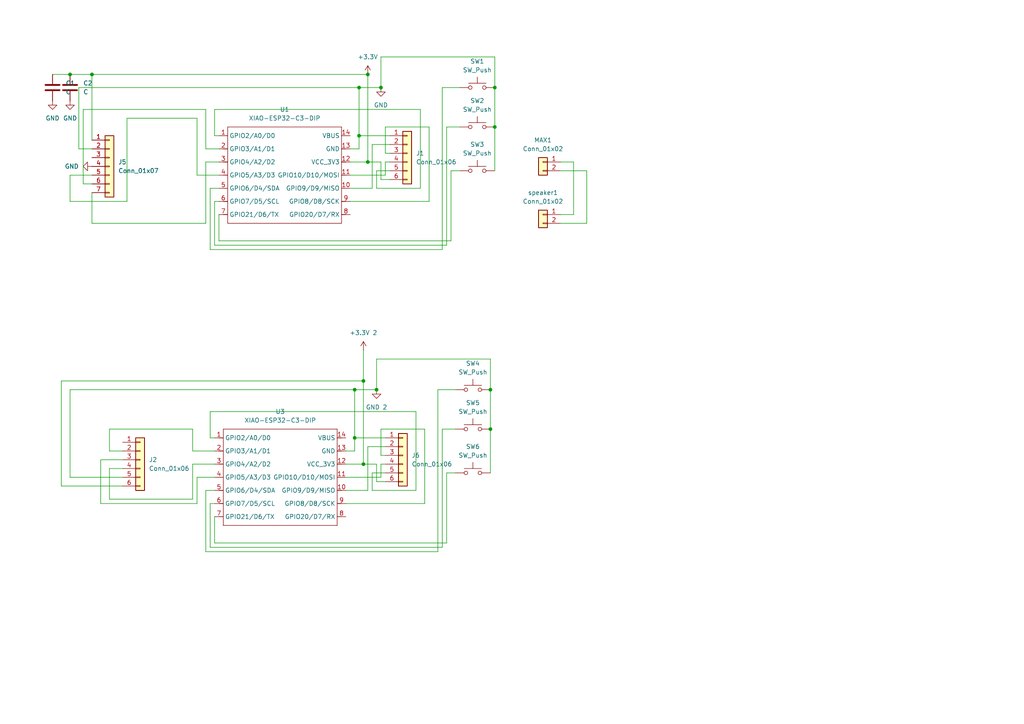
<source format=kicad_sch>
(kicad_sch (version 20250114) (generator "eeschema") (generator_version "9.0")
  (paper "A4")
  (lib_symbols
    (symbol "Connector_Generic:Conn_01x02" (pin_names (offset 1.016) (hide yes))
      (property "Reference" "J" (at 0 2.54 0))
      (property "Value" "Conn_01x02" (at 0 -5.08 0))
      (symbol "Conn_01x02_1_1"
        (rectangle (start -1.27 1.27) (end 1.27 -3.81) (stroke (width 0.254)) (fill (type background)))
        (rectangle (start -1.27 0.127) (end 0 -0.127) (stroke (width 0.1524)))
        (rectangle (start -1.27 -2.413) (end 0 -2.667) (stroke (width 0.1524)))
        (pin passive line (at -5.08 0 0) (length 3.81) (name "Pin_1") (number "1"))
        (pin passive line (at -5.08 -2.54 0) (length 3.81) (name "Pin_2") (number "2"))
      )
    )
    (symbol "Connector_Generic:Conn_01x06" (pin_names (offset 1.016) (hide yes))
      (property "Reference" "J" (at 0 7.62 0))
      (property "Value" "Conn_01x06" (at 0 -10.16 0))
      (symbol "Conn_01x06_1_1"
        (rectangle (start -1.27 6.35) (end 1.27 -8.89) (stroke (width 0.254)) (fill (type background)))
        (rectangle (start -1.27 5.207) (end 0 4.953) (stroke (width 0.1524)))
        (rectangle (start -1.27 2.667) (end 0 2.413) (stroke (width 0.1524)))
        (rectangle (start -1.27 0.127) (end 0 -0.127) (stroke (width 0.1524)))
        (rectangle (start -1.27 -2.413) (end 0 -2.667) (stroke (width 0.1524)))
        (rectangle (start -1.27 -4.953) (end 0 -5.207) (stroke (width 0.1524)))
        (rectangle (start -1.27 -7.493) (end 0 -7.747) (stroke (width 0.1524)))
        (pin passive line (at -5.08 5.08 0) (length 3.81) (name "Pin_1") (number "1"))
        (pin passive line (at -5.08 2.54 0) (length 3.81) (name "Pin_2") (number "2"))
        (pin passive line (at -5.08 0 0) (length 3.81) (name "Pin_3") (number "3"))
        (pin passive line (at -5.08 -2.54 0) (length 3.81) (name "Pin_4") (number "4"))
        (pin passive line (at -5.08 -5.08 0) (length 3.81) (name "Pin_5") (number "5"))
        (pin passive line (at -5.08 -7.62 0) (length 3.81) (name "Pin_6") (number "6"))
      )
    )
    (symbol "Connector_Generic:Conn_01x07" (pin_names (offset 1.016) (hide yes))
      (property "Reference" "J" (at 0 10.16 0))
      (property "Value" "Conn_01x07" (at 0 -10.16 0))
      (symbol "Conn_01x07_1_1"
        (rectangle (start -1.27 8.89) (end 1.27 -8.89) (stroke (width 0.254)) (fill (type background)))
        (rectangle (start -1.27 7.747) (end 0 7.493) (stroke (width 0.1524)))
        (rectangle (start -1.27 5.207) (end 0 4.953) (stroke (width 0.1524)))
        (rectangle (start -1.27 2.667) (end 0 2.413) (stroke (width 0.1524)))
        (rectangle (start -1.27 0.127) (end 0 -0.127) (stroke (width 0.1524)))
        (rectangle (start -1.27 -2.413) (end 0 -2.667) (stroke (width 0.1524)))
        (rectangle (start -1.27 -4.953) (end 0 -5.207) (stroke (width 0.1524)))
        (rectangle (start -1.27 -7.493) (end 0 -7.747) (stroke (width 0.1524)))
        (pin passive line (at -5.08 7.62 0) (length 3.81) (name "Pin_1") (number "1"))
        (pin passive line (at -5.08 5.08 0) (length 3.81) (name "Pin_2") (number "2"))
        (pin passive line (at -5.08 2.54 0) (length 3.81) (name "Pin_3") (number "3"))
        (pin passive line (at -5.08 0 0) (length 3.81) (name "Pin_4") (number "4"))
        (pin passive line (at -5.08 -2.54 0) (length 3.81) (name "Pin_5") (number "5"))
        (pin passive line (at -5.08 -5.08 0) (length 3.81) (name "Pin_6") (number "6"))
        (pin passive line (at -5.08 -7.62 0) (length 3.81) (name "Pin_7") (number "7"))
      )
    )
    (symbol "Device:C" (pin_numbers (hide yes)) (pin_names (offset 0.254))
      (property "Reference" "C" (at 0.635 2.54 0))
      (property "Value" "C" (at 0.635 -2.54 0))
      (symbol "C_0_1"
        (polyline (pts (xy -2.032 0.762) (xy 2.032 0.762)) (stroke (width 0.508)))
        (polyline (pts (xy -2.032 -0.762) (xy 2.032 -0.762)) (stroke (width 0.508)))
      )
      (symbol "C_1_1"
        (pin passive line (at 0 3.81 270) (length 2.794) (name "~") (number "1"))
        (pin passive line (at 0 -3.81 90) (length 2.794) (name "~") (number "2"))
      )
    )
    (symbol "SASER:XIAO-ESP32-C3-DIP"
      (property "Reference" "U" (at 1.016 2.794 0))
      (property "Value" "XIAO-ESP32-C3-DIP" (at 7.62 1.016 0))
      (symbol "XIAO-ESP32-C3-DIP_1_0"
        (polyline (pts (xy 0 0) (xy 33.02 0)) (stroke (width 0.1524)))
        (polyline (pts (xy 0 -2.54) (xy -1.27 -2.54)) (stroke (width 0.1524)))
        (polyline (pts (xy 0 -2.54) (xy 0 0)) (stroke (width 0.1524)))
        (polyline (pts (xy 0 -6.35) (xy -1.27 -6.35)) (stroke (width 0.1524)))
        (polyline (pts (xy 0 -6.35) (xy 0 -2.54)) (stroke (width 0.1524)))
        (polyline (pts (xy 0 -10.16) (xy -1.27 -10.16)) (stroke (width 0.1524)))
        (polyline (pts (xy 0 -10.16) (xy 0 -6.35)) (stroke (width 0.1524)))
        (polyline (pts (xy 0 -13.97) (xy -1.27 -13.97)) (stroke (width 0.1524)))
        (polyline (pts (xy 0 -13.97) (xy 0 -10.16)) (stroke (width 0.1524)))
        (polyline (pts (xy 0 -17.78) (xy -1.27 -17.78)) (stroke (width 0.1524)))
        (polyline (pts (xy 0 -21.59) (xy -1.27 -21.59)) (stroke (width 0.1524)))
        (polyline (pts (xy 0 -25.4) (xy -1.27 -25.4)) (stroke (width 0.1524)))
        (polyline (pts (xy 0 -27.94) (xy 0 -13.97)) (stroke (width 0.1524)))
        (polyline (pts (xy 33.02 0) (xy 33.02 -2.54)) (stroke (width 0.1524)))
        (polyline (pts (xy 33.02 -2.54) (xy 33.02 -6.35)) (stroke (width 0.1524)))
        (polyline (pts (xy 33.02 -6.35) (xy 33.02 -10.16)) (stroke (width 0.1524)))
        (polyline (pts (xy 33.02 -10.16) (xy 33.02 -27.94)) (stroke (width 0.1524)))
        (polyline (pts (xy 33.02 -27.94) (xy 0 -27.94)) (stroke (width 0.1524)))
        (polyline (pts (xy 34.29 -2.54) (xy 33.02 -2.54)) (stroke (width 0.1524)))
        (polyline (pts (xy 34.29 -6.35) (xy 33.02 -6.35)) (stroke (width 0.1524)))
        (polyline (pts (xy 34.29 -10.16) (xy 33.02 -10.16)) (stroke (width 0.1524)))
        (polyline (pts (xy 34.29 -13.97) (xy 33.02 -13.97)) (stroke (width 0.1524)))
        (polyline (pts (xy 34.29 -17.78) (xy 33.02 -17.78)) (stroke (width 0.1524)))
        (polyline (pts (xy 34.29 -21.59) (xy 33.02 -21.59)) (stroke (width 0.1524)))
        (polyline (pts (xy 34.29 -25.4) (xy 33.02 -25.4)) (stroke (width 0.1524)))
        (pin passive line (at -2.54 -2.54 0) (length 2.54) (name "GPIO2/A0/D0") (number "1"))
        (pin passive line (at -2.54 -6.35 0) (length 2.54) (name "GPIO3/A1/D1") (number "2"))
        (pin passive line (at -2.54 -10.16 0) (length 2.54) (name "GPIO4/A2/D2") (number "3"))
        (pin passive line (at -2.54 -13.97 0) (length 2.54) (name "GPIO5/A3/D3") (number "4"))
        (pin passive line (at -2.54 -17.78 0) (length 2.54) (name "GPIO6/D4/SDA") (number "5"))
        (pin passive line (at -2.54 -21.59 0) (length 2.54) (name "GPIO7/D5/SCL") (number "6"))
        (pin passive line (at -2.54 -25.4 0) (length 2.54) (name "GPIO21/D6/TX") (number "7"))
        (pin passive line (at 35.56 -2.54 180) (length 2.54) (name "VBUS") (number "14"))
        (pin passive line (at 35.56 -6.35 180) (length 2.54) (name "GND") (number "13"))
        (pin passive line (at 35.56 -10.16 180) (length 2.54) (name "VCC_3V3") (number "12"))
        (pin passive line (at 35.56 -13.97 180) (length 2.54) (name "GPIO10/D10/MOSI") (number "11"))
        (pin passive line (at 35.56 -17.78 180) (length 2.54) (name "GPIO9/D9/MISO") (number "10"))
        (pin passive line (at 35.56 -21.59 180) (length 2.54) (name "GPIO8/D8/SCK") (number "9"))
        (pin passive line (at 35.56 -25.4 180) (length 2.54) (name "GPIO20/D7/RX") (number "8"))
      )
    )
    (symbol "Switch:SW_Push" (pin_numbers (hide yes)) (pin_names (offset 1.016) (hide yes))
      (property "Reference" "SW" (at 1.27 2.54 0))
      (property "Value" "SW_Push" (at 0 -1.524 0))
      (symbol "SW_Push_0_1"
        (circle (center -2.032 0) (radius 0.508))
        (polyline (pts (xy 0 1.27) (xy 0 3.048)))
        (circle (center 2.032 0) (radius 0.508))
        (polyline (pts (xy 2.54 1.27) (xy -2.54 1.27)))
        (pin passive line (at -5.08 0 0) (length 2.54) (name "1") (number "1"))
        (pin passive line (at 5.08 0 180) (length 2.54) (name "2") (number "2"))
      )
    )
    (symbol "power:+3.3V" (power) (pin_numbers (hide yes)) (pin_names (offset 0) (hide yes))
      (property "Value" "+3.3V" (at 0 3.556 0))
      (symbol "+3.3V_0_1"
        (polyline (pts (xy -0.762 1.27) (xy 0 2.54)))
        (polyline (pts (xy 0 2.54) (xy 0.762 1.27)))
        (polyline (pts (xy 0 0) (xy 0 2.54)))
      )
      (symbol "+3.3V_1_1"
        (pin power_in line (at 0 0 90) (length 0) (name "~") (number "1"))
      )
    )
    (symbol "power:GND" (power) (pin_numbers (hide yes)) (pin_names (offset 0) (hide yes))
      (property "Value" "GND" (at 0 -3.81 0))
      (symbol "GND_0_1"
        (polyline (pts (xy 0 0) (xy 0 -1.27) (xy 1.27 -1.27) (xy 0 -2.54) (xy -1.27 -1.27) (xy 0 -1.27)))
      )
      (symbol "GND_1_1"
        (pin power_in line (at 0 0 270) (length 0) (name "~") (number "1"))
      )
    )
  )
  (junction (at 105.41 134.62))
  (junction (at 109.22 113.03))
  (junction (at 102.87 127))
  (junction (at 110.49 25.4))
  (junction (at 143.51 36.83))
  (junction (at 142.24 124.46))
  (junction (at 104.14 25.4))
  (junction (at 102.87 113.03))
  (junction (at 142.24 113.03))
  (junction (at 106.68 21.59))
  (junction (at 26.67 21.59))
  (junction (at 105.41 110.49))
  (junction (at 104.14 39.37))
  (junction (at 20.32 21.59))
  (junction (at 143.51 25.4))
  (junction (at 106.68 46.99))
  (wire (pts (xy 128.27 25.4) (xy 133.35 25.4)))
  (wire (pts (xy 60.96 146.05) (xy 60.96 158.75)))
  (wire (pts (xy 110.49 124.46) (xy 110.49 132.08)))
  (wire (pts (xy 142.24 113.03) (xy 142.24 104.14)))
  (wire (pts (xy 107.95 142.24) (xy 107.95 137.16)))
  (wire (pts (xy 127 113.03) (xy 132.08 113.03)))
  (wire (pts (xy 110.49 25.4) (xy 104.14 25.4)))
  (wire (pts (xy 142.24 113.03) (xy 142.24 124.46)))
  (wire (pts (xy 166.37 62.23) (xy 162.56 62.23)))
  (wire (pts (xy 60.96 54.61) (xy 60.96 72.39)))
  (wire (pts (xy 26.67 21.59) (xy 106.68 21.59)))
  (wire (pts (xy 120.65 142.24) (xy 120.65 119.38)))
  (wire (pts (xy 100.33 138.43) (xy 110.49 138.43)))
  (wire (pts (xy 105.41 110.49) (xy 105.41 134.62)))
  (wire (pts (xy 124.46 58.42) (xy 124.46 36.83)))
  (wire (pts (xy 106.68 46.99) (xy 101.6 46.99)))
  (wire (pts (xy 31.75 124.46) (xy 55.88 124.46)))
  (wire (pts (xy 121.92 54.61) (xy 109.22 54.61)))
  (wire (pts (xy 128.27 124.46) (xy 132.08 124.46)))
  (wire (pts (xy 62.23 39.37) (xy 63.5 39.37)))
  (wire (pts (xy 31.75 144.78) (xy 55.88 144.78)))
  (wire (pts (xy 26.67 64.77) (xy 26.67 55.88)))
  (wire (pts (xy 129.54 71.12) (xy 129.54 36.83)))
  (wire (pts (xy 106.68 142.24) (xy 106.68 129.54)))
  (wire (pts (xy 110.49 16.51) (xy 110.49 25.4)))
  (wire (pts (xy 35.56 140.97) (xy 17.78 140.97)))
  (wire (pts (xy 110.49 134.62) (xy 111.76 134.62)))
  (wire (pts (xy 109.22 54.61) (xy 109.22 49.53)))
  (wire (pts (xy 102.87 127) (xy 102.87 113.03)))
  (wire (pts (xy 121.92 54.61) (xy 121.92 31.75)))
  (wire (pts (xy 101.6 50.8) (xy 111.76 50.8)))
  (wire (pts (xy 55.88 134.62) (xy 62.23 134.62)))
  (wire (pts (xy 17.78 110.49) (xy 105.41 110.49)))
  (wire (pts (xy 20.32 113.03) (xy 102.87 113.03)))
  (wire (pts (xy 57.15 50.8) (xy 63.5 50.8)))
  (wire (pts (xy 129.54 137.16) (xy 132.08 137.16)))
  (wire (pts (xy 59.69 46.99) (xy 63.5 46.99)))
  (wire (pts (xy 102.87 130.81) (xy 100.33 130.81)))
  (wire (pts (xy 142.24 124.46) (xy 142.24 137.16)))
  (wire (pts (xy 143.51 36.83) (xy 143.51 49.53)))
  (wire (pts (xy 60.96 54.61) (xy 63.5 54.61)))
  (wire (pts (xy 110.49 46.99) (xy 106.68 46.99)))
  (wire (pts (xy 109.22 139.7) (xy 109.22 134.62)))
  (wire (pts (xy 22.86 25.4) (xy 22.86 43.18)))
  (wire (pts (xy 35.56 135.89) (xy 31.75 135.89)))
  (wire (pts (xy 111.76 139.7) (xy 109.22 139.7)))
  (wire (pts (xy 105.41 134.62) (xy 100.33 134.62)))
  (wire (pts (xy 106.68 129.54) (xy 111.76 129.54)))
  (wire (pts (xy 113.03 39.37) (xy 104.14 39.37)))
  (wire (pts (xy 60.96 158.75) (xy 128.27 158.75)))
  (wire (pts (xy 104.14 43.18) (xy 101.6 43.18)))
  (wire (pts (xy 31.75 130.81) (xy 31.75 124.46)))
  (wire (pts (xy 143.51 25.4) (xy 143.51 36.83)))
  (wire (pts (xy 109.22 104.14) (xy 109.22 113.03)))
  (wire (pts (xy 24.13 31.75) (xy 59.69 31.75)))
  (wire (pts (xy 130.81 69.85) (xy 130.81 49.53)))
  (wire (pts (xy 104.14 39.37) (xy 104.14 25.4)))
  (wire (pts (xy 59.69 142.24) (xy 62.23 142.24)))
  (wire (pts (xy 124.46 36.83) (xy 111.76 36.83)))
  (wire (pts (xy 100.33 146.05) (xy 123.19 146.05)))
  (wire (pts (xy 62.23 149.86) (xy 62.23 157.48)))
  (wire (pts (xy 123.19 124.46) (xy 110.49 124.46)))
  (wire (pts (xy 24.13 31.75) (xy 24.13 53.34)))
  (wire (pts (xy 162.56 49.53) (xy 170.18 49.53)))
  (wire (pts (xy 20.32 21.59) (xy 26.67 21.59)))
  (wire (pts (xy 62.23 31.75) (xy 62.23 39.37)))
  (wire (pts (xy 107.95 137.16) (xy 111.76 137.16)))
  (wire (pts (xy 104.14 39.37) (xy 104.14 43.18)))
  (wire (pts (xy 62.23 157.48) (xy 129.54 157.48)))
  (wire (pts (xy 35.56 133.35) (xy 29.21 133.35)))
  (wire (pts (xy 35.56 130.81) (xy 31.75 130.81)))
  (wire (pts (xy 121.92 31.75) (xy 62.23 31.75)))
  (wire (pts (xy 36.83 34.29) (xy 36.83 58.42)))
  (wire (pts (xy 166.37 46.99) (xy 166.37 62.23)))
  (wire (pts (xy 59.69 142.24) (xy 59.69 160.02)))
  (wire (pts (xy 20.32 58.42) (xy 20.32 50.8)))
  (wire (pts (xy 123.19 146.05) (xy 123.19 124.46)))
  (wire (pts (xy 142.24 104.14) (xy 109.22 104.14)))
  (wire (pts (xy 111.76 50.8) (xy 111.76 46.99)))
  (wire (pts (xy 59.69 43.18) (xy 63.5 43.18)))
  (wire (pts (xy 130.81 49.53) (xy 133.35 49.53)))
  (wire (pts (xy 110.49 52.07) (xy 110.49 46.99)))
  (wire (pts (xy 60.96 127) (xy 62.23 127)))
  (wire (pts (xy 31.75 135.89) (xy 31.75 144.78)))
  (wire (pts (xy 55.88 124.46) (xy 55.88 130.81)))
  (wire (pts (xy 129.54 157.48) (xy 129.54 137.16)))
  (wire (pts (xy 110.49 138.43) (xy 110.49 134.62)))
  (wire (pts (xy 36.83 58.42) (xy 20.32 58.42)))
  (wire (pts (xy 59.69 64.77) (xy 59.69 46.99)))
  (wire (pts (xy 128.27 72.39) (xy 128.27 25.4)))
  (wire (pts (xy 57.15 138.43) (xy 62.23 138.43)))
  (wire (pts (xy 22.86 43.18) (xy 26.67 43.18)))
  (wire (pts (xy 26.67 40.64) (xy 26.67 21.59)))
  (wire (pts (xy 170.18 49.53) (xy 170.18 64.77)))
  (wire (pts (xy 59.69 31.75) (xy 59.69 43.18)))
  (wire (pts (xy 29.21 133.35) (xy 29.21 146.05)))
  (wire (pts (xy 24.13 53.34) (xy 26.67 53.34)))
  (wire (pts (xy 29.21 146.05) (xy 57.15 146.05)))
  (wire (pts (xy 101.6 58.42) (xy 124.46 58.42)))
  (wire (pts (xy 20.32 138.43) (xy 20.32 113.03)))
  (wire (pts (xy 57.15 34.29) (xy 36.83 34.29)))
  (wire (pts (xy 109.22 49.53) (xy 113.03 49.53)))
  (wire (pts (xy 57.15 146.05) (xy 57.15 138.43)))
  (wire (pts (xy 62.23 146.05) (xy 60.96 146.05)))
  (wire (pts (xy 111.76 127) (xy 102.87 127)))
  (wire (pts (xy 162.56 46.99) (xy 166.37 46.99)))
  (wire (pts (xy 107.95 54.61) (xy 107.95 41.91)))
  (wire (pts (xy 107.95 41.91) (xy 113.03 41.91)))
  (wire (pts (xy 120.65 119.38) (xy 60.96 119.38)))
  (wire (pts (xy 109.22 134.62) (xy 105.41 134.62)))
  (wire (pts (xy 127 160.02) (xy 127 113.03)))
  (wire (pts (xy 60.96 119.38) (xy 60.96 127)))
  (wire (pts (xy 143.51 25.4) (xy 143.51 16.51)))
  (wire (pts (xy 106.68 21.59) (xy 106.68 46.99)))
  (wire (pts (xy 63.5 58.42) (xy 62.23 58.42)))
  (wire (pts (xy 63.5 69.85) (xy 130.81 69.85)))
  (wire (pts (xy 62.23 71.12) (xy 129.54 71.12)))
  (wire (pts (xy 109.22 113.03) (xy 102.87 113.03)))
  (wire (pts (xy 102.87 127) (xy 102.87 130.81)))
  (wire (pts (xy 110.49 132.08) (xy 111.76 132.08)))
  (wire (pts (xy 60.96 72.39) (xy 128.27 72.39)))
  (wire (pts (xy 111.76 44.45) (xy 113.03 44.45)))
  (wire (pts (xy 120.65 142.24) (xy 107.95 142.24)))
  (wire (pts (xy 57.15 34.29) (xy 57.15 50.8)))
  (wire (pts (xy 129.54 36.83) (xy 133.35 36.83)))
  (wire (pts (xy 20.32 50.8) (xy 26.67 50.8)))
  (wire (pts (xy 170.18 64.77) (xy 162.56 64.77)))
  (wire (pts (xy 104.14 25.4) (xy 22.86 25.4)))
  (wire (pts (xy 15.24 21.59) (xy 20.32 21.59)))
  (wire (pts (xy 111.76 36.83) (xy 111.76 44.45)))
  (wire (pts (xy 107.95 54.61) (xy 101.6 54.61)))
  (wire (pts (xy 62.23 58.42) (xy 62.23 71.12)))
  (wire (pts (xy 26.67 64.77) (xy 59.69 64.77)))
  (wire (pts (xy 106.68 142.24) (xy 100.33 142.24)))
  (wire (pts (xy 143.51 16.51) (xy 110.49 16.51)))
  (wire (pts (xy 35.56 138.43) (xy 20.32 138.43)))
  (wire (pts (xy 17.78 140.97) (xy 17.78 110.49)))
  (wire (pts (xy 55.88 144.78) (xy 55.88 134.62)))
  (wire (pts (xy 128.27 158.75) (xy 128.27 124.46)))
  (wire (pts (xy 63.5 62.23) (xy 63.5 69.85)))
  (wire (pts (xy 105.41 101.6) (xy 105.41 110.49)))
  (wire (pts (xy 113.03 52.07) (xy 110.49 52.07)))
  (wire (pts (xy 111.76 46.99) (xy 113.03 46.99)))
  (wire (pts (xy 55.88 130.81) (xy 62.23 130.81)))
  (wire (pts (xy 59.69 160.02) (xy 127 160.02)))
  (symbol (lib_id "Switch:SW_Push") (at 138.43 36.83 0) (unit 1)
    (property "Reference" "SW2" (at 138.43 29.21 0))
    (property "Value" "SW_Push" (at 138.43 31.75 0))
    (property "Footprint" "Button_Switch_THT:SW_PUSH_6mm" (effects (hide yes)))
    (property "Description" "Push button switch, generic, two pins" (effects (hide yes)))
  )
  (symbol (lib_id "power:GND") (at 109.22 113.03 0) (unit 1)
    (property "Reference" "#PWR04" (effects (hide yes)))
    (property "Value" "GND 2" (at 109.22 118.11 0))
    (property "Description" "Power symbol creates a global label with name \"GND\" , ground" (effects (hide yes)))
  )
  (symbol (lib_id "Device:C") (at 15.24 25.4 0) (unit 1)
    (property "Reference" "C1" (at 19.05 24.1299 0) (effects (justify left)))
    (property "Value" "C" (at 19.05 26.6699 0) (effects (justify left)))
    (property "Footprint" "Capacitor_THT:C_Disc_D3.0mm_W1.6mm_P2.50mm" (effects (hide yes)))
    (property "Description" "Unpolarized capacitor" (effects (hide yes)))
  )
  (symbol (lib_id "power:+3.3V") (at 106.68 21.59 0) (unit 1)
    (property "Reference" "#PWR02" (effects (hide yes)))
    (property "Value" "+3.3V" (at 106.68 16.51 0))
    (property "Description" "Power symbol creates a global label with name \"+3.3V\"" (effects (hide yes)))
  )
  (symbol (lib_id "Connector_Generic:Conn_01x02") (at 157.48 46.99 0) (mirror y) (unit 1)
    (property "Reference" "MAX1" (at 157.48 40.64 0))
    (property "Value" "Conn_01x02" (at 157.48 43.18 0))
    (property "Footprint" "Connector_PinHeader_2.54mm:PinHeader_1x02_P2.54mm_Vertical" (effects (hide yes)))
    (property "Description" "Generic connector, single row, 01x02, script generated (kicad-library-utils/schlib/autogen/connector/)" (effects (hide yes)))
  )
  (symbol (lib_id "power:+3.3V") (at 105.41 101.6 0) (unit 1)
    (property "Reference" "#PWR03" (effects (hide yes)))
    (property "Value" "+3.3V 2" (at 105.41 96.52 0))
    (property "Description" "Power symbol creates a global label with name \"+3.3V\"" (effects (hide yes)))
  )
  (symbol (lib_id "power:GND") (at 26.67 48.26 270) (unit 1)
    (property "Reference" "#PWR07" (effects (hide yes)))
    (property "Value" "GND" (at 22.86 48.2599 90) (effects (justify right)))
    (property "Description" "Power symbol creates a global label with name \"GND\" , ground" (effects (hide yes)))
  )
  (symbol (lib_id "Connector_Generic:Conn_01x06") (at 118.11 44.45 0) (unit 1)
    (property "Reference" "J1" (at 120.65 44.4499 0) (effects (justify left)))
    (property "Value" "Conn_01x06" (at 120.65 46.9899 0) (effects (justify left)))
    (property "Footprint" "Connector_PinHeader_2.54mm:PinHeader_1x06_P2.54mm_Vertical" (effects (hide yes)))
    (property "Description" "Generic connector, single row, 01x06, script generated (kicad-library-utils/schlib/autogen/connector/)" (effects (hide yes)))
  )
  (symbol (lib_id "Switch:SW_Push") (at 138.43 49.53 0) (unit 1)
    (property "Reference" "SW3" (at 138.43 41.91 0))
    (property "Value" "SW_Push" (at 138.43 44.45 0))
    (property "Footprint" "Button_Switch_THT:SW_PUSH_6mm" (effects (hide yes)))
    (property "Description" "Push button switch, generic, two pins" (effects (hide yes)))
  )
  (symbol (lib_id "power:GND") (at 15.24 29.21 0) (unit 1)
    (property "Reference" "#PWR06" (effects (hide yes)))
    (property "Value" "GND" (at 15.24 34.29 0))
    (property "Description" "Power symbol creates a global label with name \"GND\" , ground" (effects (hide yes)))
  )
  (symbol (lib_id "Connector_Generic:Conn_01x06") (at 40.64 133.35 0) (unit 1)
    (property "Reference" "J2" (at 43.18 133.3499 0) (effects (justify left)))
    (property "Value" "Conn_01x06" (at 43.18 135.8899 0) (effects (justify left)))
    (property "Footprint" "Connector_PinHeader_2.54mm:PinHeader_1x06_P2.54mm_Vertical" (effects (hide yes)))
    (property "Description" "Generic connector, single row, 01x06, script generated (kicad-library-utils/schlib/autogen/connector/)" (effects (hide yes)))
  )
  (symbol (lib_id "Switch:SW_Push") (at 137.16 113.03 0) (unit 1)
    (property "Reference" "SW4" (at 137.16 105.41 0))
    (property "Value" "SW_Push" (at 137.16 107.95 0))
    (property "Footprint" "Button_Switch_THT:SW_PUSH_6mm" (effects (hide yes)))
    (property "Description" "Push button switch, generic, two pins" (effects (hide yes)))
  )
  (symbol (lib_id "Switch:SW_Push") (at 137.16 137.16 0) (unit 1)
    (property "Reference" "SW6" (at 137.16 129.54 0))
    (property "Value" "SW_Push" (at 137.16 132.08 0))
    (property "Footprint" "Button_Switch_THT:SW_PUSH_6mm" (effects (hide yes)))
    (property "Description" "Push button switch, generic, two pins" (effects (hide yes)))
  )
  (symbol (lib_id "power:GND") (at 110.49 25.4 0) (unit 1)
    (property "Reference" "#PWR01" (effects (hide yes)))
    (property "Value" "GND" (at 110.49 30.48 0))
    (property "Description" "Power symbol creates a global label with name \"GND\" , ground" (effects (hide yes)))
  )
  (symbol (lib_id "Connector_Generic:Conn_01x02") (at 157.48 62.23 0) (mirror y) (unit 1)
    (property "Reference" "speaker1" (at 157.48 55.88 0))
    (property "Value" "Conn_01x02" (at 157.48 58.42 0))
    (property "Footprint" "Connector_PinHeader_2.54mm:PinHeader_1x02_P2.54mm_Vertical" (effects (hide yes)))
    (property "Description" "Generic connector, single row, 01x02, script generated (kicad-library-utils/schlib/autogen/connector/)" (effects (hide yes)))
  )
  (symbol (lib_id "Switch:SW_Push") (at 138.43 25.4 0) (unit 1)
    (property "Reference" "SW1" (at 138.43 17.78 0))
    (property "Value" "SW_Push" (at 138.43 20.32 0))
    (property "Footprint" "Button_Switch_THT:SW_PUSH_6mm" (effects (hide yes)))
    (property "Description" "Push button switch, generic, two pins" (effects (hide yes)))
  )
  (symbol (lib_id "Device:C") (at 20.32 25.4 0) (unit 1)
    (property "Reference" "C2" (at 24.13 24.1299 0) (effects (justify left)))
    (property "Value" "C" (at 24.13 26.6699 0) (effects (justify left)))
    (property "Footprint" "Capacitor_THT:CP_Radial_D5.0mm_P2.00mm" (effects (hide yes)))
    (property "Description" "Unpolarized capacitor" (effects (hide yes)))
  )
  (symbol (lib_id "SASER:XIAO-ESP32-C3-DIP") (at 66.04 36.83 0) (unit 1)
    (property "Reference" "U1" (at 82.55 31.75 0))
    (property "Value" "XIAO-ESP32-C3-DIP" (at 82.55 34.29 0))
    (property "Footprint" "SASER:XIAO-ESP32C3-DIP" (effects (hide yes)))
  )
  (symbol (lib_id "power:GND") (at 20.32 29.21 0) (unit 1)
    (property "Reference" "#PWR05" (effects (hide yes)))
    (property "Value" "GND" (at 20.32 34.29 0))
    (property "Description" "Power symbol creates a global label with name \"GND\" , ground" (effects (hide yes)))
  )
  (symbol (lib_id "Switch:SW_Push") (at 137.16 124.46 0) (unit 1)
    (property "Reference" "SW5" (at 137.16 116.84 0))
    (property "Value" "SW_Push" (at 137.16 119.38 0))
    (property "Footprint" "Button_Switch_THT:SW_PUSH_6mm" (effects (hide yes)))
    (property "Description" "Push button switch, generic, two pins" (effects (hide yes)))
  )
  (symbol (lib_id "Connector_Generic:Conn_01x06") (at 116.84 132.08 0) (unit 1)
    (property "Reference" "J6" (at 119.38 132.0799 0) (effects (justify left)))
    (property "Value" "Conn_01x06" (at 119.38 134.6199 0) (effects (justify left)))
    (property "Footprint" "Connector_PinHeader_2.54mm:PinHeader_1x06_P2.54mm_Vertical" (effects (hide yes)))
    (property "Description" "Generic connector, single row, 01x06, script generated (kicad-library-utils/schlib/autogen/connector/)" (effects (hide yes)))
  )
  (symbol (lib_id "SASER:XIAO-ESP32-C3-DIP") (at 64.77 124.46 0) (unit 1)
    (property "Reference" "U3" (at 81.28 119.38 0))
    (property "Value" "XIAO-ESP32-C3-DIP" (at 81.28 121.92 0))
    (property "Footprint" "SASER:XIAO-ESP32C3-DIP" (effects (hide yes)))
  )
  (symbol (lib_id "Connector_Generic:Conn_01x07") (at 31.75 48.26 0) (unit 1)
    (property "Reference" "J5" (at 34.29 46.9899 0) (effects (justify left)))
    (property "Value" "Conn_01x07" (at 34.29 49.5299 0) (effects (justify left)))
    (property "Footprint" "Connector_PinHeader_2.54mm:PinHeader_1x07_P2.54mm_Vertical" (effects (hide yes)))
    (property "Description" "Generic connector, single row, 01x07, script generated (kicad-library-utils/schlib/autogen/connector/)" (effects (hide yes)))
  )
)
</source>
